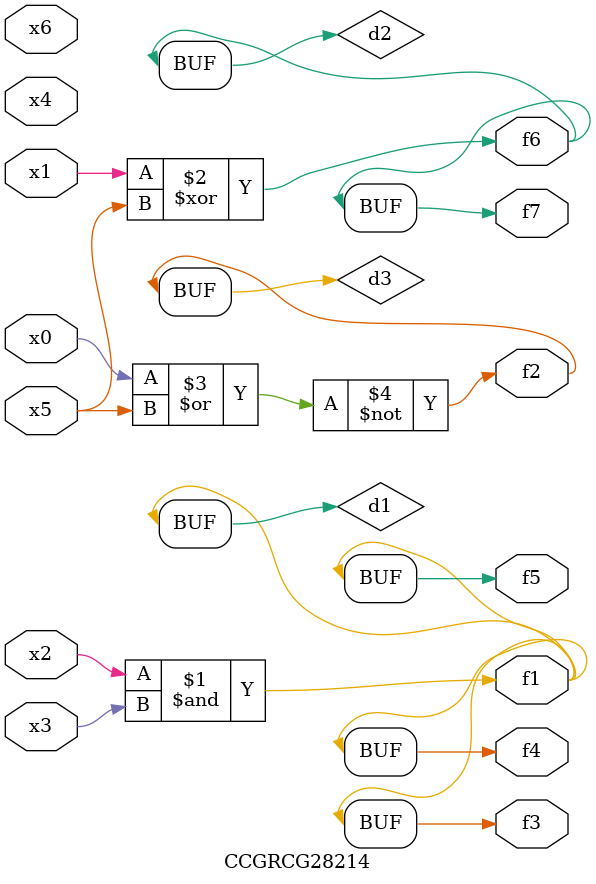
<source format=v>
module CCGRCG28214(
	input x0, x1, x2, x3, x4, x5, x6,
	output f1, f2, f3, f4, f5, f6, f7
);

	wire d1, d2, d3;

	and (d1, x2, x3);
	xor (d2, x1, x5);
	nor (d3, x0, x5);
	assign f1 = d1;
	assign f2 = d3;
	assign f3 = d1;
	assign f4 = d1;
	assign f5 = d1;
	assign f6 = d2;
	assign f7 = d2;
endmodule

</source>
